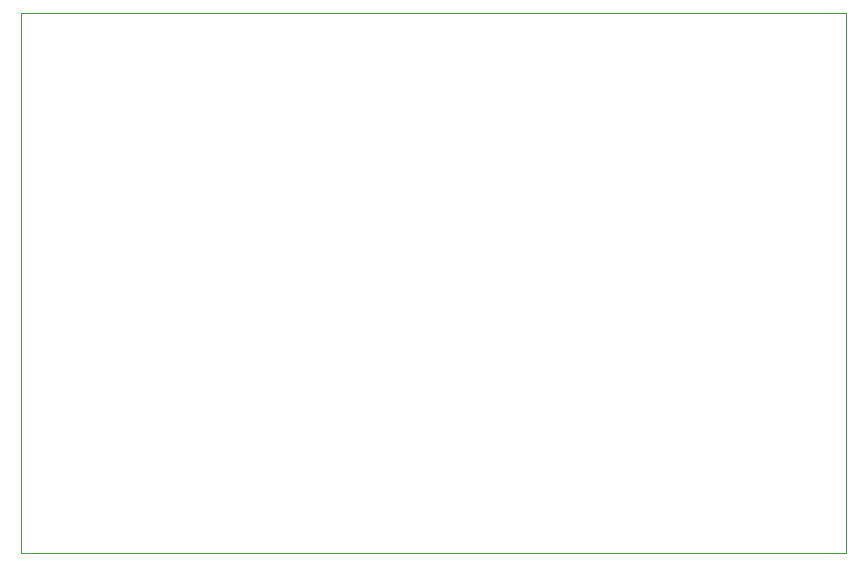
<source format=gbr>
%TF.GenerationSoftware,KiCad,Pcbnew,8.0.6*%
%TF.CreationDate,2024-11-17T16:56:22-06:00*%
%TF.ProjectId,attiny85 programmer,61747469-6e79-4383-9520-70726f677261,rev?*%
%TF.SameCoordinates,Original*%
%TF.FileFunction,Profile,NP*%
%FSLAX46Y46*%
G04 Gerber Fmt 4.6, Leading zero omitted, Abs format (unit mm)*
G04 Created by KiCad (PCBNEW 8.0.6) date 2024-11-17 16:56:22*
%MOMM*%
%LPD*%
G01*
G04 APERTURE LIST*
%TA.AperFunction,Profile*%
%ADD10C,0.050000*%
%TD*%
G04 APERTURE END LIST*
D10*
X116840000Y-78740000D02*
X186690000Y-78740000D01*
X186690000Y-124460000D01*
X116840000Y-124460000D01*
X116840000Y-78740000D01*
M02*

</source>
